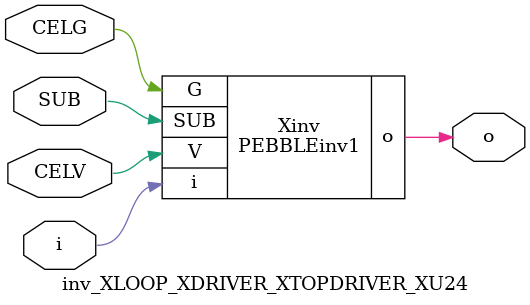
<source format=v>



module PEBBLEinv1 ( o, G, SUB, V, i );

  input V;
  input i;
  input G;
  output o;
  input SUB;
endmodule

//Celera Confidential Do Not Copy inv_XLOOP_XDRIVER_XTOPDRIVER_XU24
//Celera Confidential Symbol Generator
//5V Inverter
module inv_XLOOP_XDRIVER_XTOPDRIVER_XU24 (CELV,CELG,i,o,SUB);
input CELV;
input CELG;
input i;
input SUB;
output o;

//Celera Confidential Do Not Copy inv
PEBBLEinv1 Xinv(
.V (CELV),
.i (i),
.o (o),
.SUB (SUB),
.G (CELG)
);
//,diesize,PEBBLEinv1

//Celera Confidential Do Not Copy Module End
//Celera Schematic Generator
endmodule

</source>
